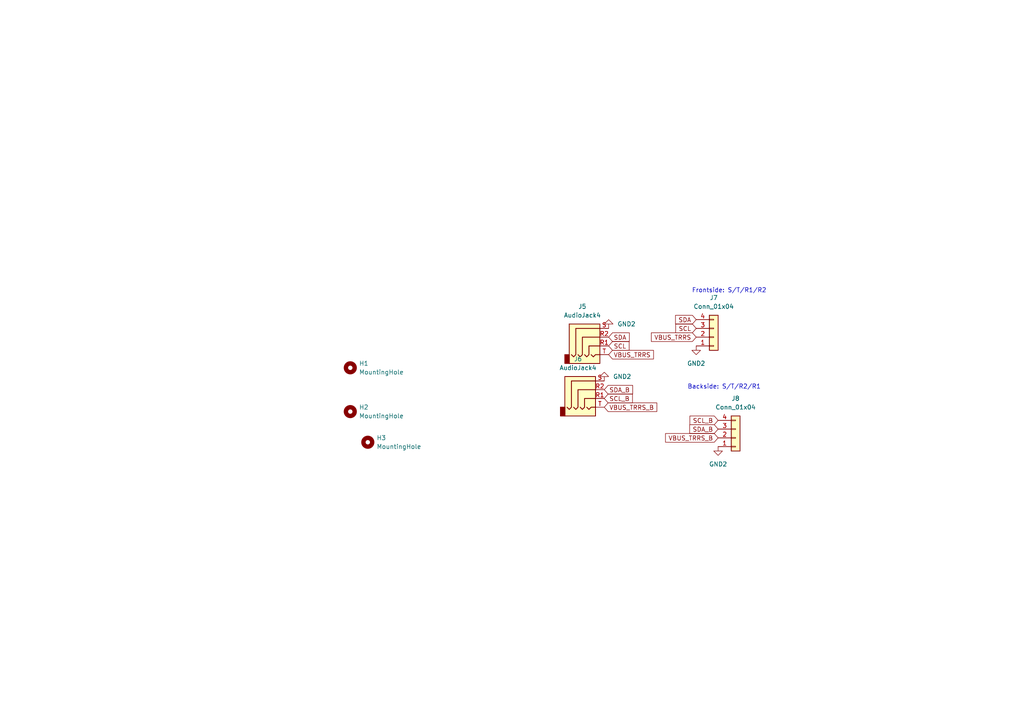
<source format=kicad_sch>
(kicad_sch (version 20211123) (generator eeschema)
  (paper "A4")
  (lib_symbols
    (symbol "Connector:AudioJack4"
      (property "Reference" "J" (at 0 8.89 0))
      (property "Value" "AudioJack4" (at 0 6.35 0))
      (symbol "AudioJack4_0_1"
        (rectangle (start -6.35 -5.08) (end -7.62 -7.62) (stroke (width 0.254)) (fill (type outline)))
        (polyline (pts (xy 0 -5.08) (xy 0.635 -5.715) (xy 1.27 -5.08) (xy 2.54 -5.08)) (stroke (width 0.254)))
        (polyline (pts (xy -5.715 -5.08) (xy -5.08 -5.715) (xy -4.445 -5.08) (xy -4.445 2.54) (xy 2.54 2.54)) (stroke (width 0.254)))
        (polyline (pts (xy -1.905 -5.08) (xy -1.27 -5.715) (xy -0.635 -5.08) (xy -0.635 -2.54) (xy 2.54 -2.54)) (stroke (width 0.254)))
        (polyline (pts (xy 2.54 0) (xy -2.54 0) (xy -2.54 -5.08) (xy -3.175 -5.715) (xy -3.81 -5.08)) (stroke (width 0.254)))
        (rectangle (start 2.54 3.81) (end -6.35 -7.62) (stroke (width 0.254)) (fill (type background)))
      )
      (symbol "AudioJack4_1_1"
        (pin passive line (at 5.08 -2.54 180) (length 2.54) (name "~") (number "R1"))
        (pin passive line (at 5.08 0 180) (length 2.54) (name "~") (number "R2"))
        (pin passive line (at 5.08 2.54 180) (length 2.54) (name "~") (number "S"))
        (pin passive line (at 5.08 -5.08 180) (length 2.54) (name "~") (number "T"))
      )
    )
    (symbol "Connector_Generic:Conn_01x04" (pin_names (offset 1.016) hide)
      (property "Reference" "J" (at 0 5.08 0))
      (property "Value" "Conn_01x04" (at 0 -7.62 0))
      (symbol "Conn_01x04_1_1"
        (rectangle (start -1.27 -4.953) (end 0 -5.207) (stroke (width 0.1524)))
        (rectangle (start -1.27 -2.413) (end 0 -2.667) (stroke (width 0.1524)))
        (rectangle (start -1.27 0.127) (end 0 -0.127) (stroke (width 0.1524)))
        (rectangle (start -1.27 2.667) (end 0 2.413) (stroke (width 0.1524)))
        (rectangle (start -1.27 3.81) (end 1.27 -6.35) (stroke (width 0.254)) (fill (type background)))
        (pin passive line (at -5.08 2.54 0) (length 3.81) (name "Pin_1") (number "1"))
        (pin passive line (at -5.08 0 0) (length 3.81) (name "Pin_2") (number "2"))
        (pin passive line (at -5.08 -2.54 0) (length 3.81) (name "Pin_3") (number "3"))
        (pin passive line (at -5.08 -5.08 0) (length 3.81) (name "Pin_4") (number "4"))
      )
    )
    (symbol "Mechanical:MountingHole" (pin_names (offset 1.016))
      (property "Reference" "H" (at 0 5.08 0))
      (property "Value" "MountingHole" (at 0 3.175 0))
      (symbol "MountingHole_0_1"
        (circle (center 0 0) (radius 1.27) (stroke (width 1.27)))
      )
    )
    (symbol "power:GND2" (power) (pin_names (offset 0))
      (property "Value" "GND2" (at 0 -3.81 0))
      (symbol "GND2_0_1"
        (polyline (pts (xy 0 0) (xy 0 -1.27) (xy 1.27 -1.27) (xy 0 -2.54) (xy -1.27 -1.27) (xy 0 -1.27)))
      )
      (symbol "GND2_1_1"
        (pin power_in line (at 0 0 270) (length 0) hide (name "GND2") (number "1"))
      )
    )
  )
  (text "Frontside: S/T/R1/R2" (at 200.66 85.09 0) (effects (font (size 1.27 1.27)) (justify left bottom)))
  (text "Backside: S/T/R2/R1" (at 199.39 113.03 0) (effects (font (size 1.27 1.27)) (justify left bottom)))
  (global_label "SCL" (shape input) (at 201.93 95.25 180) (property "Intersheet References" "${INTERSHEET_REFS}" (effects hide)))
  (global_label "SDA" (shape input) (at 176.53 97.79 0) (property "Intersheet References" "${INTERSHEET_REFS}" (effects hide)))
  (global_label "SCL_B" (shape input) (at 175.26 115.57 0) (property "Intersheet References" "${INTERSHEET_REFS}" (effects hide)))
  (global_label "VBUS_TRRS_B" (shape input) (at 208.28 127 180) (property "Intersheet References" "${INTERSHEET_REFS}" (effects hide)))
  (global_label "SDA_B" (shape input) (at 208.28 124.46 180) (property "Intersheet References" "${INTERSHEET_REFS}" (effects hide)))
  (global_label "SDA" (shape input) (at 201.93 92.71 180) (property "Intersheet References" "${INTERSHEET_REFS}" (effects hide)))
  (global_label "VBUS_TRRS" (shape input) (at 201.93 97.79 180) (property "Intersheet References" "${INTERSHEET_REFS}" (effects hide)))
  (global_label "SCL_B" (shape input) (at 208.28 121.92 180) (property "Intersheet References" "${INTERSHEET_REFS}" (effects hide)))
  (global_label "SDA_B" (shape input) (at 175.26 113.03 0) (property "Intersheet References" "${INTERSHEET_REFS}" (effects hide)))
  (global_label "VBUS_TRRS" (shape input) (at 176.53 102.87 0) (property "Intersheet References" "${INTERSHEET_REFS}" (effects hide)))
  (global_label "SCL" (shape input) (at 176.53 100.33 0) (property "Intersheet References" "${INTERSHEET_REFS}" (effects hide)))
  (global_label "VBUS_TRRS_B" (shape input) (at 175.26 118.11 0) (property "Intersheet References" "${INTERSHEET_REFS}" (effects hide)))
  (symbol (lib_id "Connector_Generic:Conn_01x04") (at 207.01 97.79 0) (mirror x) (unit 1)
    (property "Reference" "J7" (at 207.01 86.36 0))
    (property "Value" "Conn_01x04" (at 207.01 88.9 0))
    (property "Footprint" "ioparts:JST_SH_SM04B-SRSS-TB_1x04-1MP_P1.00mm_Horizontal" (effects hide))
  )
  (symbol (lib_id "power:GND2") (at 208.28 129.54 0) (unit 1)
    (property "Reference" "#PWR0110" (effects hide))
    (property "Value" "GND2" (at 208.28 134.62 0))
  )
  (symbol (lib_id "Mechanical:MountingHole") (at 101.6 106.68 0) (unit 1)
    (property "Reference" "H1" (at 104.14 105.4099 0) (effects (justify left)))
    (property "Value" "MountingHole" (at 104.14 107.9499 0) (effects (justify left)))
    (property "Footprint" "MountingHole:MountingHole_2.1mm" (effects hide))
  )
  (symbol (lib_id "Connector_Generic:Conn_01x04") (at 213.36 127 0) (mirror x) (unit 1)
    (property "Reference" "J8" (at 213.36 115.57 0))
    (property "Value" "Conn_01x04" (at 213.36 118.11 0))
    (property "Footprint" "ioparts:JST_SH_SM04B-SRSS-TB_1x04-1MP_P1.00mm_Horizontal" (effects hide))
  )
  (symbol (lib_id "Mechanical:MountingHole") (at 101.6 119.38 0) (unit 1)
    (property "Reference" "H2" (at 104.14 118.1099 0) (effects (justify left)))
    (property "Value" "MountingHole" (at 104.14 120.6499 0) (effects (justify left)))
    (property "Footprint" "MountingHole:MountingHole_2.1mm" (effects hide))
  )
  (symbol (lib_id "Connector:AudioJack4") (at 171.45 97.79 0) (unit 1)
    (property "Reference" "J5" (at 168.91 88.9 0))
    (property "Value" "AudioJack4" (at 168.91 91.44 0))
    (property "Footprint" "Connector_Audio:Jack_3.5mm_PJ320D_Horizontal" (effects hide))
  )
  (symbol (lib_id "power:GND2") (at 201.93 100.33 0) (unit 1)
    (property "Reference" "#PWR0109" (effects hide))
    (property "Value" "GND2" (at 201.93 105.41 0))
  )
  (symbol (lib_id "Connector:AudioJack4") (at 170.18 113.03 0) (unit 1)
    (property "Reference" "J6" (at 167.64 104.14 0))
    (property "Value" "AudioJack4" (at 167.64 106.68 0))
    (property "Footprint" "Connector_Audio:Jack_3.5mm_PJ320D_Horizontal" (effects hide))
  )
  (symbol (lib_id "power:GND2") (at 176.53 95.25 180) (unit 1)
    (property "Reference" "#PWR0107" (effects hide))
    (property "Value" "GND2" (at 179.07 93.9799 0) (effects (justify right)))
  )
  (symbol (lib_id "power:GND2") (at 175.26 110.49 180) (unit 1)
    (property "Reference" "#PWR0108" (effects hide))
    (property "Value" "GND2" (at 177.8 109.2199 0) (effects (justify right)))
  )
  (symbol (lib_id "Mechanical:MountingHole") (at 106.68 128.27 0) (unit 1)
    (property "Reference" "H3" (at 109.22 126.9999 0) (effects (justify left)))
    (property "Value" "MountingHole" (at 109.22 129.5399 0) (effects (justify left)))
    (property "Footprint" "MountingHole:MountingHole_2.1mm" (effects hide))
  )
)
</source>
